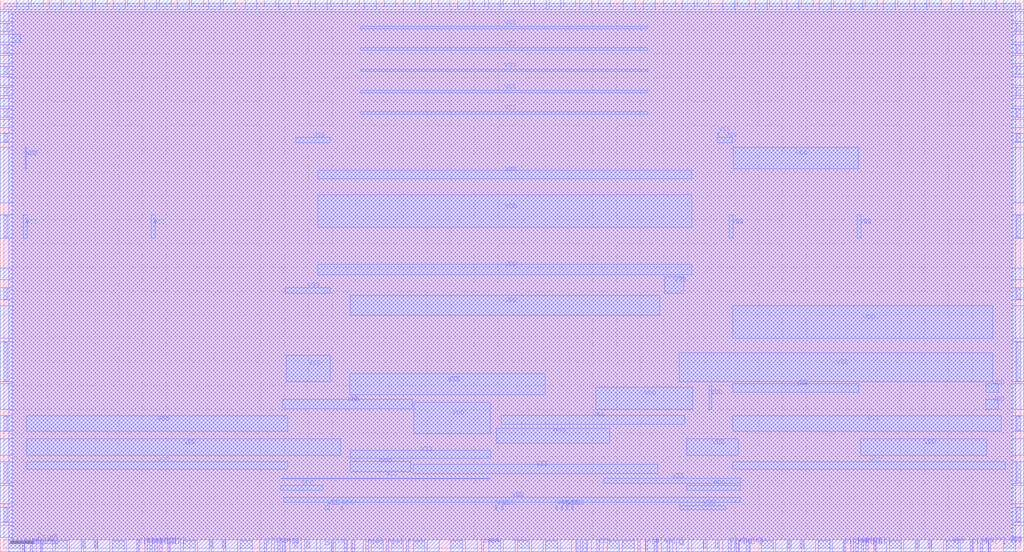
<source format=lef>
VERSION 5.7 ;
  NOWIREEXTENSIONATPIN ON ;
  DIVIDERCHAR "/" ;
  BUSBITCHARS "[]" ;
MACRO gf180mcu_fd_ip_sram__sram64x8m8wm1
  CLASS BLOCK ;
  FOREIGN gf180mcu_fd_ip_sram__sram64x8m8wm1 ;
  ORIGIN 0.000 0.000 ;
  SIZE 431.860 BY 232.880 ;
  SYMMETRY X Y R90 ;
  PIN A[5]
    DIRECTION INPUT ;
    USE SIGNAL ;
    ANTENNADIFFAREA 1.997600 ;
    PORT
      LAYER Metal2 ;
        RECT 272.085 0.000 273.205 5.000 ;
    END
  END A[5]
  PIN A[4]
    DIRECTION INPUT ;
    USE SIGNAL ;
    ANTENNADIFFAREA 1.997600 ;
    PORT
      LAYER Metal2 ;
        RECT 275.820 0.000 276.940 5.000 ;
    END
  END A[4]
  PIN A[3]
    DIRECTION INPUT ;
    USE SIGNAL ;
    ANTENNADIFFAREA 1.997600 ;
    PORT
      LAYER Metal2 ;
        RECT 281.325 0.000 282.445 5.000 ;
    END
  END A[3]
  PIN A[2]
    DIRECTION INPUT ;
    USE SIGNAL ;
    ANTENNADIFFAREA 1.997600 ;
    PORT
      LAYER Metal2 ;
        RECT 154.295 0.000 155.415 5.000 ;
    END
  END A[2]
  PIN A[1]
    DIRECTION INPUT ;
    USE SIGNAL ;
    ANTENNADIFFAREA 1.997600 ;
    PORT
      LAYER Metal2 ;
        RECT 162.760 0.000 163.880 5.000 ;
    END
  END A[1]
  PIN A[0]
    DIRECTION INPUT ;
    USE SIGNAL ;
    ANTENNADIFFAREA 1.997600 ;
    PORT
      LAYER Metal2 ;
        RECT 171.215 0.000 172.335 5.000 ;
    END
  END A[0]
  PIN CEN
    DIRECTION INPUT ;
    USE SIGNAL ;
    ANTENNADIFFAREA 1.997600 ;
    PORT
      LAYER Metal2 ;
        RECT 251.710 0.000 252.830 5.000 ;
    END
  END CEN
  PIN CLK
    DIRECTION INPUT ;
    USE SIGNAL ;
    ANTENNAGATEAREA 44.706600 ;
    PORT
      LAYER Metal2 ;
        RECT 139.680 0.000 140.800 5.000 ;
    END
  END CLK
  PIN D[7]
    DIRECTION INPUT ;
    USE SIGNAL ;
    ANTENNAGATEAREA 1.152000 ;
    PORT
      LAYER Metal2 ;
        RECT 416.860 0.000 417.980 5.000 ;
    END
  END D[7]
  PIN D[6]
    DIRECTION INPUT ;
    USE SIGNAL ;
    ANTENNAGATEAREA 1.152000 ;
    PORT
      LAYER Metal2 ;
        RECT 365.150 0.000 366.270 5.000 ;
    END
  END D[6]
  PIN D[5]
    DIRECTION INPUT ;
    USE SIGNAL ;
    ANTENNAGATEAREA 1.152000 ;
    PORT
      LAYER Metal2 ;
        RECT 358.910 0.000 360.030 5.000 ;
    END
  END D[5]
  PIN D[4]
    DIRECTION INPUT ;
    USE SIGNAL ;
    ANTENNAGATEAREA 1.152000 ;
    PORT
      LAYER Metal2 ;
        RECT 307.235 0.000 308.355 5.000 ;
    END
  END D[4]
  PIN D[3]
    DIRECTION INPUT ;
    USE SIGNAL ;
    ANTENNAGATEAREA 1.152000 ;
    PORT
      LAYER Metal2 ;
        RECT 118.975 0.000 120.095 5.000 ;
    END
  END D[3]
  PIN D[2]
    DIRECTION INPUT ;
    USE SIGNAL ;
    ANTENNAGATEAREA 1.152000 ;
    PORT
      LAYER Metal2 ;
        RECT 67.270 0.000 68.390 5.000 ;
    END
  END D[2]
  PIN D[1]
    DIRECTION INPUT ;
    USE SIGNAL ;
    ANTENNAGATEAREA 1.152000 ;
    PORT
      LAYER Metal2 ;
        RECT 61.030 0.000 62.150 5.000 ;
    END
  END D[1]
  PIN D[0]
    DIRECTION INPUT ;
    USE SIGNAL ;
    ANTENNAGATEAREA 1.152000 ;
    PORT
      LAYER Metal2 ;
        RECT 9.320 0.000 10.440 5.000 ;
    END
  END D[0]
  PIN GWEN
    DIRECTION INPUT ;
    USE SIGNAL ;
    ANTENNAGATEAREA 14.466000 ;
    PORT
      LAYER Metal2 ;
        RECT 202.940 0.000 204.060 5.000 ;
    END
  END GWEN
  PIN Q[7]
    DIRECTION OUTPUT ;
    USE SIGNAL ;
    ANTENNADIFFAREA 11.328000 ;
    PORT
      LAYER Metal2 ;
        RECT 409.275 0.000 410.395 5.000 ;
    END
  END Q[7]
  PIN Q[6]
    DIRECTION OUTPUT ;
    USE SIGNAL ;
    ANTENNADIFFAREA 11.328000 ;
    PORT
      LAYER Metal2 ;
        RECT 368.515 0.000 369.635 5.000 ;
    END
  END Q[6]
  PIN Q[5]
    DIRECTION OUTPUT ;
    USE SIGNAL ;
    ANTENNADIFFAREA 11.328000 ;
    PORT
      LAYER Metal2 ;
        RECT 355.545 0.000 356.665 5.000 ;
    END
  END Q[5]
  PIN Q[4]
    DIRECTION OUTPUT ;
    USE SIGNAL ;
    ANTENNADIFFAREA 11.328000 ;
    PORT
      LAYER Metal2 ;
        RECT 314.790 0.000 315.910 5.000 ;
    END
  END Q[4]
  PIN Q[3]
    DIRECTION OUTPUT ;
    USE SIGNAL ;
    ANTENNADIFFAREA 11.328000 ;
    PORT
      LAYER Metal2 ;
        RECT 111.395 0.000 112.515 5.000 ;
    END
  END Q[3]
  PIN Q[2]
    DIRECTION OUTPUT ;
    USE SIGNAL ;
    ANTENNADIFFAREA 11.328000 ;
    PORT
      LAYER Metal2 ;
        RECT 70.635 0.000 71.755 5.000 ;
    END
  END Q[2]
  PIN Q[1]
    DIRECTION OUTPUT ;
    USE SIGNAL ;
    ANTENNADIFFAREA 11.328000 ;
    PORT
      LAYER Metal2 ;
        RECT 57.665 0.000 58.785 5.000 ;
    END
  END Q[1]
  PIN Q[0]
    DIRECTION OUTPUT ;
    USE SIGNAL ;
    ANTENNADIFFAREA 11.328000 ;
    PORT
      LAYER Metal2 ;
        RECT 16.900 0.000 18.020 5.000 ;
    END
  END Q[0]
  PIN VDD
    DIRECTION INOUT ;
    USE POWER ;
    PORT
      LAYER Metal2 ;
        RECT 3.530 228.880 8.530 228.970 ;
        RECT 423.330 228.880 428.330 228.970 ;
        RECT 3.530 227.880 428.330 228.880 ;
        RECT 3.530 5.000 5.000 227.880 ;
        RECT 426.860 5.000 428.330 227.880 ;
        RECT 3.530 1.410 8.530 5.000 ;
        RECT 245.725 0.000 247.490 5.000 ;
        RECT 423.330 1.410 428.330 5.000 ;
      LAYER Metal3 ;
        RECT 7.005 228.880 12.005 232.880 ;
        RECT 20.685 228.880 25.685 232.880 ;
        RECT 34.005 228.880 39.005 232.880 ;
        RECT 47.685 228.880 52.685 232.880 ;
        RECT 61.005 228.880 66.005 232.880 ;
        RECT 74.685 228.880 79.685 232.880 ;
        RECT 88.005 228.880 93.005 232.880 ;
        RECT 103.265 228.880 108.265 232.880 ;
        RECT 117.415 228.880 122.415 232.880 ;
        RECT 132.860 228.880 137.860 232.880 ;
        RECT 153.550 228.880 158.550 232.880 ;
        RECT 177.075 228.880 182.075 232.880 ;
        RECT 192.925 228.880 197.925 232.880 ;
        RECT 206.150 228.880 211.150 232.880 ;
        RECT 225.345 228.880 230.345 232.880 ;
        RECT 231.565 228.880 236.565 232.880 ;
        RECT 244.505 228.880 249.505 232.880 ;
        RECT 262.845 228.880 267.845 232.880 ;
        RECT 271.310 228.880 276.310 232.880 ;
        RECT 287.735 228.880 292.735 232.880 ;
        RECT 304.885 228.880 309.885 232.880 ;
        RECT 318.565 228.880 323.565 232.880 ;
        RECT 331.885 228.880 336.885 232.880 ;
        RECT 345.565 228.880 350.565 232.880 ;
        RECT 358.885 228.880 363.885 232.880 ;
        RECT 372.565 228.880 377.565 232.880 ;
        RECT 385.885 228.880 390.885 232.880 ;
        RECT 401.145 228.880 406.145 232.880 ;
        RECT 415.295 228.880 420.295 232.880 ;
        RECT 423.330 228.880 428.330 232.880 ;
        RECT 0.000 227.880 431.860 228.880 ;
        RECT 0.000 223.880 5.000 227.880 ;
        RECT 426.860 223.880 431.860 227.880 ;
        RECT 0.000 214.880 8.530 218.380 ;
        RECT 426.860 214.880 431.860 218.380 ;
        RECT 0.000 205.880 5.000 209.380 ;
        RECT 426.860 205.880 431.860 209.380 ;
        RECT 0.000 196.880 5.000 200.380 ;
        RECT 426.860 196.880 431.860 200.380 ;
        RECT 0.000 187.880 5.000 191.380 ;
        RECT 426.860 187.880 431.860 191.380 ;
        RECT 0.000 178.880 5.000 182.380 ;
        RECT 426.860 178.880 431.860 182.380 ;
        RECT 0.000 147.150 5.000 170.625 ;
        RECT 426.860 147.150 431.860 170.625 ;
        RECT 0.000 114.690 5.000 119.690 ;
        RECT 426.860 114.690 431.860 119.690 ;
        RECT 0.000 90.080 5.000 103.695 ;
        RECT 426.860 90.080 431.860 103.695 ;
        RECT 0.000 60.180 5.000 70.890 ;
        RECT 426.860 60.180 431.860 70.890 ;
        RECT 0.000 40.760 5.000 47.575 ;
        RECT 426.860 40.760 431.860 47.575 ;
        RECT 0.000 20.300 5.000 28.145 ;
        RECT 426.860 20.300 431.860 28.145 ;
        RECT 0.000 6.160 5.000 11.160 ;
        RECT 3.530 5.000 5.000 6.160 ;
        RECT 426.860 6.160 431.860 11.160 ;
        RECT 426.860 5.000 428.330 6.160 ;
        RECT 3.530 0.000 8.530 5.000 ;
        RECT 10.195 0.000 15.195 5.000 ;
        RECT 17.210 0.000 22.210 5.000 ;
        RECT 29.210 0.000 34.210 5.000 ;
        RECT 35.210 0.000 40.210 5.000 ;
        RECT 41.210 0.000 46.210 5.000 ;
        RECT 53.210 0.000 58.210 5.000 ;
        RECT 62.215 0.000 67.215 5.000 ;
        RECT 71.210 0.000 76.210 5.000 ;
        RECT 83.210 0.000 88.210 5.000 ;
        RECT 89.210 0.000 94.210 5.000 ;
        RECT 95.210 0.000 100.210 5.000 ;
        RECT 109.550 0.000 114.550 5.000 ;
        RECT 115.550 0.000 120.550 5.000 ;
        RECT 122.050 0.000 127.050 5.000 ;
        RECT 128.550 0.000 133.550 5.000 ;
        RECT 135.050 0.000 140.050 5.000 ;
        RECT 141.550 0.000 146.550 5.000 ;
        RECT 148.050 0.000 153.050 5.000 ;
        RECT 180.155 0.000 185.155 5.000 ;
        RECT 196.140 0.000 201.140 5.000 ;
        RECT 212.165 0.000 217.165 5.000 ;
        RECT 224.165 0.000 229.165 5.000 ;
        RECT 236.165 0.000 241.165 5.000 ;
        RECT 242.830 0.000 247.830 5.000 ;
        RECT 249.380 0.000 254.380 5.000 ;
        RECT 272.290 0.000 277.290 5.000 ;
        RECT 278.790 0.000 283.790 5.000 ;
        RECT 285.290 0.000 290.290 5.000 ;
        RECT 291.790 0.000 296.790 5.000 ;
        RECT 298.290 0.000 303.290 5.000 ;
        RECT 304.790 0.000 309.790 5.000 ;
        RECT 311.475 0.000 316.475 5.000 ;
        RECT 327.090 0.000 332.090 5.000 ;
        RECT 333.090 0.000 338.090 5.000 ;
        RECT 339.090 0.000 344.090 5.000 ;
        RECT 351.090 0.000 356.090 5.000 ;
        RECT 360.085 0.000 365.085 5.000 ;
        RECT 369.090 0.000 374.090 5.000 ;
        RECT 381.090 0.000 386.090 5.000 ;
        RECT 387.090 0.000 392.090 5.000 ;
        RECT 393.090 0.000 398.090 5.000 ;
        RECT 405.090 0.000 410.090 5.000 ;
        RECT 412.095 0.000 417.095 5.000 ;
        RECT 423.330 0.000 428.330 5.000 ;
    END
    PORT
      LAYER Metal3 ;
        RECT 11.130 40.770 143.645 47.575 ;
    END
    PORT
      LAYER Metal3 ;
        RECT 147.685 33.720 173.110 38.260 ;
    END
    PORT
      LAYER Metal3 ;
        RECT 10.475 161.575 10.940 170.630 ;
    END
    PORT
      LAYER Metal3 ;
        RECT 133.860 157.430 291.755 160.995 ;
    END
    PORT
      LAYER Metal3 ;
        RECT 133.860 136.910 291.755 150.525 ;
    END
    PORT
      LAYER Metal3 ;
        RECT 309.265 161.575 361.915 170.625 ;
    END
    PORT
      LAYER Metal3 ;
        RECT 133.850 116.850 291.740 121.390 ;
    END
    PORT
      LAYER Metal3 ;
        RECT 147.565 99.845 278.225 108.125 ;
    END
    PORT
      LAYER Metal3 ;
        RECT 309.125 90.075 418.815 103.695 ;
    END
    PORT
      LAYER Metal3 ;
        RECT 119.105 60.230 173.805 64.235 ;
    END
    PORT
      LAYER Metal3 ;
        RECT 174.520 49.860 206.765 63.030 ;
    END
    PORT
      LAYER Metal3 ;
        RECT 251.140 60.175 292.105 69.330 ;
    END
    PORT
      LAYER Metal3 ;
        RECT 299.130 60.175 300.130 70.085 ;
    END
    PORT
      LAYER Metal3 ;
        RECT 309.035 67.305 362.145 70.890 ;
    END
    PORT
      LAYER Metal3 ;
        RECT 415.845 60.175 421.105 64.235 ;
    END
    PORT
      LAYER Metal3 ;
        RECT 415.845 67.305 421.105 70.895 ;
    END
    PORT
      LAYER Metal3 ;
        RECT 289.545 40.770 311.390 47.580 ;
    END
    PORT
      LAYER Metal3 ;
        RECT 363.010 40.760 416.170 47.575 ;
    END
    PORT
      LAYER Metal3 ;
        RECT 118.435 25.875 136.070 28.150 ;
    END
    PORT
      LAYER Metal3 ;
        RECT 119.545 20.830 312.145 23.095 ;
    END
    PORT
      LAYER Metal3 ;
        RECT 289.545 25.875 312.145 28.150 ;
    END
  END VDD
  PIN VSS
    DIRECTION INOUT ;
    USE GROUND ;
    PORT
      LAYER Metal1 ;
        RECT 1.410 227.880 430.450 231.470 ;
        RECT 1.410 5.000 5.000 227.880 ;
        RECT 426.860 5.000 430.450 227.880 ;
        RECT 1.410 1.410 430.450 5.000 ;
      LAYER Metal2 ;
        RECT 1.410 229.840 430.450 231.470 ;
        RECT 1.410 219.390 3.030 222.870 ;
        RECT 428.830 219.390 430.450 222.870 ;
        RECT 1.410 210.390 3.030 213.870 ;
        RECT 428.830 210.390 430.450 213.870 ;
        RECT 1.410 201.390 3.030 204.870 ;
        RECT 428.830 201.390 430.450 204.870 ;
        RECT 1.410 192.390 3.030 195.870 ;
        RECT 428.830 192.390 430.450 195.870 ;
        RECT 1.410 183.390 3.030 186.870 ;
        RECT 428.830 183.390 430.450 186.870 ;
        RECT 1.410 172.890 3.030 176.370 ;
        RECT 428.830 172.890 430.450 176.370 ;
        RECT 1.410 132.690 3.030 141.750 ;
        RECT 428.830 132.690 430.450 141.750 ;
        RECT 1.410 106.555 3.030 111.275 ;
        RECT 428.830 106.555 430.450 111.275 ;
        RECT 1.410 71.990 3.030 88.490 ;
        RECT 428.830 71.990 430.450 88.490 ;
        RECT 1.410 51.135 3.030 57.095 ;
        RECT 428.830 51.135 430.450 57.095 ;
        RECT 1.410 28.855 3.030 37.915 ;
        RECT 428.830 28.855 430.450 37.915 ;
        RECT 1.410 12.635 3.030 18.595 ;
        RECT 428.830 12.635 430.450 18.595 ;
        RECT 23.210 1.410 28.210 5.000 ;
        RECT 34.635 1.410 35.755 5.000 ;
        RECT 39.730 1.410 40.850 5.000 ;
        RECT 47.210 1.410 52.210 5.000 ;
        RECT 77.210 1.410 82.210 5.000 ;
        RECT 88.635 1.410 89.755 5.000 ;
        RECT 93.730 1.410 94.850 5.000 ;
        RECT 101.210 1.410 106.210 5.000 ;
        RECT 124.280 1.410 125.400 5.000 ;
        RECT 129.365 1.410 130.485 5.000 ;
        RECT 137.205 2.945 138.825 5.000 ;
        RECT 145.030 0.000 146.150 5.000 ;
        RECT 148.525 0.000 149.645 5.000 ;
        RECT 156.620 1.410 161.620 5.000 ;
        RECT 165.110 1.410 170.110 5.000 ;
        RECT 174.155 1.410 179.155 5.000 ;
        RECT 190.140 1.410 195.140 5.000 ;
        RECT 206.165 1.410 211.165 5.000 ;
        RECT 218.165 1.410 223.165 5.000 ;
        RECT 230.165 1.410 235.165 5.000 ;
        RECT 243.220 0.000 244.985 5.000 ;
        RECT 256.165 1.410 261.165 5.000 ;
        RECT 262.390 1.410 267.390 5.000 ;
        RECT 268.860 0.000 269.980 5.000 ;
        RECT 286.745 2.945 288.365 5.000 ;
        RECT 296.565 1.410 297.685 5.000 ;
        RECT 301.650 1.410 302.770 5.000 ;
        RECT 321.090 1.410 326.090 5.000 ;
        RECT 332.515 1.410 333.635 5.000 ;
        RECT 337.610 1.410 338.730 5.000 ;
        RECT 345.090 1.410 350.090 5.000 ;
        RECT 375.090 1.410 380.090 5.000 ;
        RECT 386.515 1.410 387.635 5.000 ;
        RECT 391.610 1.410 392.730 5.000 ;
        RECT 399.090 1.410 404.090 5.000 ;
      LAYER Metal3 ;
        RECT 13.130 229.840 18.130 232.880 ;
        RECT 26.810 229.840 31.810 232.880 ;
        RECT 40.130 229.840 45.130 232.880 ;
        RECT 53.810 229.840 58.810 232.880 ;
        RECT 67.130 229.840 72.130 232.880 ;
        RECT 80.810 229.840 85.810 232.880 ;
        RECT 94.130 229.840 99.130 232.880 ;
        RECT 111.290 229.840 116.290 232.880 ;
        RECT 125.790 229.840 130.790 232.880 ;
        RECT 139.385 229.840 144.385 232.880 ;
        RECT 146.365 229.840 151.365 232.880 ;
        RECT 161.905 229.840 166.905 232.880 ;
        RECT 170.120 229.840 175.120 232.880 ;
        RECT 184.740 229.840 189.740 232.880 ;
        RECT 199.410 229.840 204.410 232.880 ;
        RECT 212.150 229.840 217.150 232.880 ;
        RECT 218.565 229.840 223.565 232.880 ;
        RECT 237.690 229.840 242.690 232.880 ;
        RECT 252.325 229.840 257.325 232.880 ;
        RECT 279.950 229.840 284.950 232.880 ;
        RECT 293.955 229.840 298.955 232.880 ;
        RECT 311.010 229.840 316.010 232.880 ;
        RECT 324.690 229.840 329.690 232.880 ;
        RECT 338.010 229.840 343.010 232.880 ;
        RECT 351.690 229.840 356.690 232.880 ;
        RECT 365.010 229.840 370.010 232.880 ;
        RECT 378.690 229.840 383.690 232.880 ;
        RECT 392.010 229.840 397.010 232.880 ;
        RECT 409.170 229.840 414.170 232.880 ;
        RECT 0.000 219.380 5.000 222.880 ;
        RECT 426.860 219.380 431.860 222.880 ;
        RECT 0.000 210.380 5.000 213.880 ;
        RECT 426.860 210.380 431.860 213.880 ;
        RECT 0.000 201.380 5.000 204.880 ;
        RECT 426.860 201.380 431.860 204.880 ;
        RECT 0.000 192.380 5.000 195.880 ;
        RECT 426.860 192.380 431.860 195.880 ;
        RECT 0.000 183.380 5.000 186.880 ;
        RECT 426.860 183.380 431.860 186.880 ;
        RECT 0.000 172.680 5.000 176.630 ;
        RECT 426.860 172.680 431.860 176.630 ;
        RECT 0.000 132.175 5.000 142.080 ;
        RECT 426.860 132.175 431.860 142.080 ;
        RECT 0.000 106.410 5.000 111.410 ;
        RECT 426.860 106.410 431.860 111.410 ;
        RECT 0.000 71.640 5.000 88.650 ;
        RECT 426.860 71.640 431.860 88.650 ;
        RECT 0.000 50.880 5.000 57.465 ;
        RECT 426.860 50.880 431.860 57.465 ;
        RECT 0.000 28.830 5.000 37.980 ;
        RECT 426.860 28.830 431.860 37.980 ;
        RECT 0.000 12.510 5.000 18.860 ;
        RECT 426.860 12.510 431.860 18.860 ;
        RECT 23.210 0.000 28.210 4.660 ;
        RECT 47.210 0.000 52.210 4.660 ;
        RECT 77.210 0.000 82.210 4.660 ;
        RECT 101.210 0.000 106.210 4.660 ;
        RECT 156.620 0.000 161.620 4.660 ;
        RECT 165.110 0.000 170.110 4.660 ;
        RECT 174.155 0.000 179.155 4.660 ;
        RECT 190.140 0.000 195.140 4.660 ;
        RECT 206.165 0.000 211.165 4.660 ;
        RECT 218.165 0.000 223.165 4.660 ;
        RECT 230.165 0.000 235.165 4.660 ;
        RECT 256.165 0.000 261.165 4.660 ;
        RECT 262.390 0.000 267.390 4.660 ;
        RECT 321.090 0.000 326.090 4.660 ;
        RECT 345.090 0.000 350.090 4.660 ;
        RECT 375.090 0.000 380.090 4.660 ;
        RECT 399.090 0.000 404.090 4.660 ;
    END
    PORT
      LAYER Metal3 ;
        RECT 9.770 132.165 11.395 142.080 ;
    END
    PORT
      LAYER Metal3 ;
        RECT 63.770 132.165 65.395 142.080 ;
    END
    PORT
      LAYER Metal3 ;
        RECT 11.245 50.870 121.250 57.455 ;
    END
    PORT
      LAYER Metal3 ;
        RECT 124.710 172.450 139.150 174.810 ;
    END
    PORT
      LAYER Metal3 ;
        RECT 152.010 220.630 273.110 221.640 ;
    END
    PORT
      LAYER Metal3 ;
        RECT 152.015 211.630 273.110 212.640 ;
    END
    PORT
      LAYER Metal3 ;
        RECT 152.015 202.630 273.110 203.640 ;
    END
    PORT
      LAYER Metal3 ;
        RECT 152.015 193.630 273.110 194.640 ;
    END
    PORT
      LAYER Metal3 ;
        RECT 152.015 184.630 273.110 185.640 ;
    END
    PORT
      LAYER Metal3 ;
        RECT 302.745 175.430 303.195 176.850 ;
    END
    PORT
      LAYER Metal3 ;
        RECT 302.550 172.450 308.770 174.810 ;
    END
    PORT
      LAYER Metal3 ;
        RECT 307.650 132.165 309.275 142.080 ;
    END
    PORT
      LAYER Metal3 ;
        RECT 361.650 132.165 363.275 142.080 ;
    END
    PORT
      LAYER Metal3 ;
        RECT 120.180 109.130 139.130 111.410 ;
    END
    PORT
      LAYER Metal3 ;
        RECT 280.390 109.130 288.385 115.995 ;
    END
    PORT
      LAYER Metal3 ;
        RECT 120.555 71.645 139.140 82.990 ;
    END
    PORT
      LAYER Metal3 ;
        RECT 147.390 66.215 229.885 75.075 ;
    END
    PORT
      LAYER Metal3 ;
        RECT 286.475 71.635 418.815 83.920 ;
    END
    PORT
      LAYER Metal3 ;
        RECT 211.305 53.700 288.680 57.635 ;
    END
    PORT
      LAYER Metal3 ;
        RECT 309.125 50.865 422.410 57.465 ;
    END
    PORT
      LAYER Metal3 ;
        RECT 11.245 34.900 121.250 37.975 ;
    END
    PORT
      LAYER Metal3 ;
        RECT 118.435 30.885 206.985 30.995 ;
    END
    PORT
      LAYER Metal3 ;
        RECT 147.565 39.500 206.985 42.910 ;
    END
    PORT
      LAYER Metal3 ;
        RECT 174.300 32.960 277.410 36.960 ;
    END
    PORT
      LAYER Metal3 ;
        RECT 209.285 45.825 257.150 52.100 ;
    END
    PORT
      LAYER Metal3 ;
        RECT 254.610 28.830 312.145 30.995 ;
    END
    PORT
      LAYER Metal3 ;
        RECT 309.125 34.900 423.935 37.975 ;
    END
    PORT
      LAYER Metal3 ;
        RECT 137.190 17.620 138.890 19.380 ;
    END
    PORT
      LAYER Metal3 ;
        RECT 143.820 17.620 144.470 19.380 ;
    END
    PORT
      LAYER Metal3 ;
        RECT 208.870 17.620 209.520 19.380 ;
    END
    PORT
      LAYER Metal3 ;
        RECT 211.495 17.620 212.145 19.380 ;
    END
    PORT
      LAYER Metal3 ;
        RECT 234.365 17.620 235.015 19.380 ;
    END
    PORT
      LAYER Metal3 ;
        RECT 236.605 17.620 237.255 19.380 ;
    END
    PORT
      LAYER Metal3 ;
        RECT 238.845 17.620 239.495 19.380 ;
    END
    PORT
      LAYER Metal3 ;
        RECT 241.085 17.620 241.735 19.380 ;
    END
    PORT
      LAYER Metal3 ;
        RECT 286.725 17.620 306.075 19.380 ;
    END
  END VSS
  PIN WEN[7]
    DIRECTION INPUT ;
    USE SIGNAL ;
    ANTENNAGATEAREA 1.938000 ;
    PORT
      LAYER Metal2 ;
        RECT 413.475 0.000 414.595 5.000 ;
    END
  END WEN[7]
  PIN WEN[6]
    DIRECTION INPUT ;
    USE SIGNAL ;
    ANTENNAGATEAREA 1.938000 ;
    PORT
      LAYER Metal2 ;
        RECT 363.150 0.000 364.270 5.000 ;
    END
  END WEN[6]
  PIN WEN[5]
    DIRECTION INPUT ;
    USE SIGNAL ;
    ANTENNAGATEAREA 1.938000 ;
    PORT
      LAYER Metal2 ;
        RECT 360.900 0.000 362.020 5.000 ;
    END
  END WEN[5]
  PIN WEN[4]
    DIRECTION INPUT ;
    USE SIGNAL ;
    ANTENNAGATEAREA 1.938000 ;
    PORT
      LAYER Metal2 ;
        RECT 310.575 0.000 311.695 5.000 ;
    END
  END WEN[4]
  PIN WEN[3]
    DIRECTION INPUT ;
    USE SIGNAL ;
    ANTENNAGATEAREA 1.938000 ;
    PORT
      LAYER Metal2 ;
        RECT 117.020 0.000 118.140 5.000 ;
    END
  END WEN[3]
  PIN WEN[2]
    DIRECTION INPUT ;
    USE SIGNAL ;
    ANTENNAGATEAREA 1.938000 ;
    PORT
      LAYER Metal2 ;
        RECT 65.270 0.000 66.390 5.000 ;
    END
  END WEN[2]
  PIN WEN[1]
    DIRECTION INPUT ;
    USE SIGNAL ;
    ANTENNAGATEAREA 1.938000 ;
    PORT
      LAYER Metal2 ;
        RECT 63.020 0.000 64.140 5.000 ;
    END
  END WEN[1]
  PIN WEN[0]
    DIRECTION INPUT ;
    USE SIGNAL ;
    ANTENNAGATEAREA 1.938000 ;
    PORT
      LAYER Metal2 ;
        RECT 12.695 0.000 13.815 5.000 ;
    END
  END WEN[0]
  OBS
      LAYER Metal1 ;
        RECT 5.000 5.000 426.860 227.880 ;
      LAYER Metal2 ;
        RECT 5.000 5.000 426.860 227.880 ;
      LAYER Metal3 ;
        RECT 5.000 5.000 426.860 227.880 ;
  END
END gf180mcu_fd_ip_sram__sram64x8m8wm1
END LIBRARY


</source>
